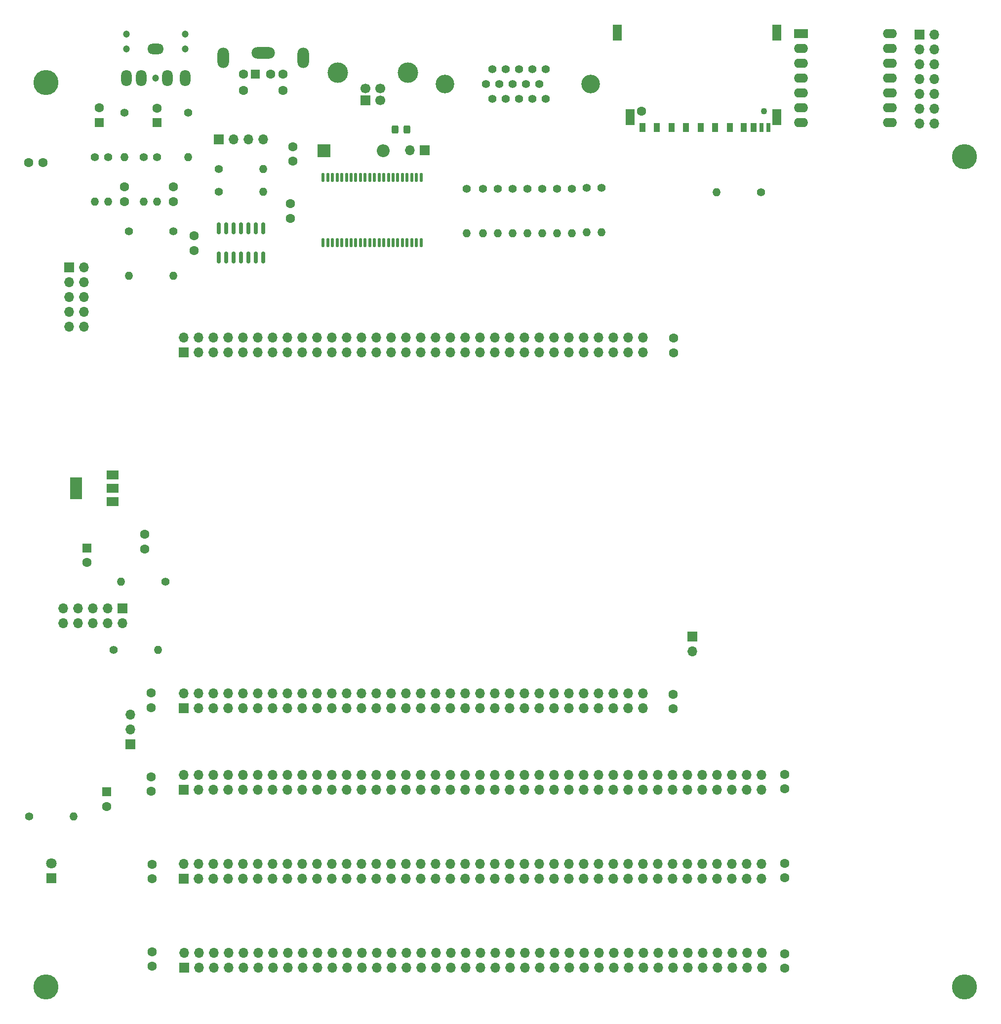
<source format=gts>
G04 #@! TF.GenerationSoftware,KiCad,Pcbnew,(6.0.1)*
G04 #@! TF.CreationDate,2022-08-28T16:14:33-04:00*
G04 #@! TF.ProjectId,FPGA-ITX-01,46504741-2d49-4545-982d-30312e6b6963,1*
G04 #@! TF.SameCoordinates,Original*
G04 #@! TF.FileFunction,Soldermask,Top*
G04 #@! TF.FilePolarity,Negative*
%FSLAX46Y46*%
G04 Gerber Fmt 4.6, Leading zero omitted, Abs format (unit mm)*
G04 Created by KiCad (PCBNEW (6.0.1)) date 2022-08-28 16:14:33*
%MOMM*%
%LPD*%
G01*
G04 APERTURE LIST*
G04 Aperture macros list*
%AMRoundRect*
0 Rectangle with rounded corners*
0 $1 Rounding radius*
0 $2 $3 $4 $5 $6 $7 $8 $9 X,Y pos of 4 corners*
0 Add a 4 corners polygon primitive as box body*
4,1,4,$2,$3,$4,$5,$6,$7,$8,$9,$2,$3,0*
0 Add four circle primitives for the rounded corners*
1,1,$1+$1,$2,$3*
1,1,$1+$1,$4,$5*
1,1,$1+$1,$6,$7*
1,1,$1+$1,$8,$9*
0 Add four rect primitives between the rounded corners*
20,1,$1+$1,$2,$3,$4,$5,0*
20,1,$1+$1,$4,$5,$6,$7,0*
20,1,$1+$1,$6,$7,$8,$9,0*
20,1,$1+$1,$8,$9,$2,$3,0*%
G04 Aperture macros list end*
%ADD10C,1.400000*%
%ADD11O,1.400000X1.400000*%
%ADD12C,4.300000*%
%ADD13R,2.000000X1.500000*%
%ADD14R,2.000000X3.800000*%
%ADD15R,1.700000X1.700000*%
%ADD16O,1.700000X1.700000*%
%ADD17R,1.600000X1.600000*%
%ADD18C,1.600000*%
%ADD19O,4.000000X2.000000*%
%ADD20O,2.000000X3.500000*%
%ADD21R,2.400000X1.600000*%
%ADD22O,2.400000X1.600000*%
%ADD23C,1.100000*%
%ADD24R,1.000000X1.500000*%
%ADD25R,0.700000X1.500000*%
%ADD26R,1.500000X2.800000*%
%ADD27RoundRect,0.250000X0.325000X0.450000X-0.325000X0.450000X-0.325000X-0.450000X0.325000X-0.450000X0*%
%ADD28RoundRect,0.137500X0.137500X-0.625000X0.137500X0.625000X-0.137500X0.625000X-0.137500X-0.625000X0*%
%ADD29C,3.200000*%
%ADD30C,1.397000*%
%ADD31C,1.700000*%
%ADD32C,3.500000*%
%ADD33RoundRect,0.150000X0.150000X-0.825000X0.150000X0.825000X-0.150000X0.825000X-0.150000X-0.825000X0*%
%ADD34R,1.800000X1.800000*%
%ADD35C,1.800000*%
%ADD36C,1.200000*%
%ADD37O,1.800000X2.800000*%
%ADD38O,2.800000X1.800000*%
%ADD39R,2.200000X2.200000*%
%ADD40O,2.200000X2.200000*%
G04 APERTURE END LIST*
D10*
X152908000Y-147320000D03*
D11*
X160528000Y-147320000D03*
X154178000Y-135636000D03*
D10*
X161798000Y-135636000D03*
D12*
X141350000Y-50160000D03*
X298830000Y-62860000D03*
X141350000Y-205100000D03*
X298830000Y-205100000D03*
D13*
X152756000Y-121934000D03*
X152756000Y-119634000D03*
X152756000Y-117334000D03*
D14*
X146456000Y-119634000D03*
D10*
X218809845Y-68325745D03*
D11*
X218809845Y-75945745D03*
D10*
X216269845Y-68325745D03*
D11*
X216269845Y-75945745D03*
D10*
X226429845Y-68325745D03*
D11*
X226429845Y-75945745D03*
D10*
X223889845Y-68325745D03*
D11*
X223889845Y-75945745D03*
D10*
X231509845Y-68325745D03*
D11*
X231509845Y-75945745D03*
D10*
X228969845Y-68325745D03*
D11*
X228969845Y-75945745D03*
D10*
X170924500Y-68852500D03*
D11*
X178544500Y-68852500D03*
D10*
X170924500Y-64920500D03*
D11*
X178544500Y-64920500D03*
D15*
X170934500Y-59840500D03*
D16*
X173474500Y-59840500D03*
X176014500Y-59840500D03*
X178554500Y-59840500D03*
D17*
X177234500Y-48729500D03*
D18*
X179834500Y-48729500D03*
X175134500Y-48729500D03*
X181934500Y-48729500D03*
X175134500Y-51529500D03*
X181934500Y-51529500D03*
D19*
X178534500Y-45079500D03*
D20*
X171684500Y-45879500D03*
X185384500Y-45879500D03*
D15*
X164973000Y-96393000D03*
D16*
X164973000Y-93853000D03*
X167513000Y-96393000D03*
X167513000Y-93853000D03*
X170053000Y-96393000D03*
X170053000Y-93853000D03*
X172593000Y-96393000D03*
X172593000Y-93853000D03*
X175133000Y-96393000D03*
X175133000Y-93853000D03*
X177673000Y-96393000D03*
X177673000Y-93853000D03*
X180213000Y-96393000D03*
X180213000Y-93853000D03*
X182753000Y-96393000D03*
X182753000Y-93853000D03*
X185293000Y-96393000D03*
X185293000Y-93853000D03*
X187833000Y-96393000D03*
X187833000Y-93853000D03*
X190373000Y-96393000D03*
X190373000Y-93853000D03*
X192913000Y-96393000D03*
X192913000Y-93853000D03*
X195453000Y-96393000D03*
X195453000Y-93853000D03*
X197993000Y-96393000D03*
X197993000Y-93853000D03*
X200533000Y-96393000D03*
X200533000Y-93853000D03*
X203073000Y-96393000D03*
X203073000Y-93853000D03*
X205613000Y-96393000D03*
X205613000Y-93853000D03*
X208153000Y-96393000D03*
X208153000Y-93853000D03*
X210693000Y-96393000D03*
X210693000Y-93853000D03*
X213233000Y-96393000D03*
X213233000Y-93853000D03*
X215773000Y-96393000D03*
X215773000Y-93853000D03*
X218313000Y-96393000D03*
X218313000Y-93853000D03*
X220853000Y-96393000D03*
X220853000Y-93853000D03*
X223393000Y-96393000D03*
X223393000Y-93853000D03*
X225933000Y-96393000D03*
X225933000Y-93853000D03*
X228473000Y-96393000D03*
X228473000Y-93853000D03*
X231013000Y-96393000D03*
X231013000Y-93853000D03*
X233553000Y-96393000D03*
X233553000Y-93853000D03*
X236093000Y-96393000D03*
X236093000Y-93853000D03*
X238633000Y-96393000D03*
X238633000Y-93853000D03*
X241173000Y-96393000D03*
X241173000Y-93853000D03*
X243713000Y-96393000D03*
X243713000Y-93853000D03*
D15*
X164973000Y-157333000D03*
D16*
X164973000Y-154793000D03*
X167513000Y-157333000D03*
X167513000Y-154793000D03*
X170053000Y-157333000D03*
X170053000Y-154793000D03*
X172593000Y-157333000D03*
X172593000Y-154793000D03*
X175133000Y-157333000D03*
X175133000Y-154793000D03*
X177673000Y-157333000D03*
X177673000Y-154793000D03*
X180213000Y-157333000D03*
X180213000Y-154793000D03*
X182753000Y-157333000D03*
X182753000Y-154793000D03*
X185293000Y-157333000D03*
X185293000Y-154793000D03*
X187833000Y-157333000D03*
X187833000Y-154793000D03*
X190373000Y-157333000D03*
X190373000Y-154793000D03*
X192913000Y-157333000D03*
X192913000Y-154793000D03*
X195453000Y-157333000D03*
X195453000Y-154793000D03*
X197993000Y-157333000D03*
X197993000Y-154793000D03*
X200533000Y-157333000D03*
X200533000Y-154793000D03*
X203073000Y-157333000D03*
X203073000Y-154793000D03*
X205613000Y-157333000D03*
X205613000Y-154793000D03*
X208153000Y-157333000D03*
X208153000Y-154793000D03*
X210693000Y-157333000D03*
X210693000Y-154793000D03*
X213233000Y-157333000D03*
X213233000Y-154793000D03*
X215773000Y-157333000D03*
X215773000Y-154793000D03*
X218313000Y-157333000D03*
X218313000Y-154793000D03*
X220853000Y-157333000D03*
X220853000Y-154793000D03*
X223393000Y-157333000D03*
X223393000Y-154793000D03*
X225933000Y-157333000D03*
X225933000Y-154793000D03*
X228473000Y-157333000D03*
X228473000Y-154793000D03*
X231013000Y-157333000D03*
X231013000Y-154793000D03*
X233553000Y-157333000D03*
X233553000Y-154793000D03*
X236093000Y-157333000D03*
X236093000Y-154793000D03*
X238633000Y-157333000D03*
X238633000Y-154793000D03*
X241173000Y-157333000D03*
X241173000Y-154793000D03*
X243713000Y-157333000D03*
X243713000Y-154793000D03*
D21*
X270764000Y-41783000D03*
D22*
X270764000Y-44323000D03*
X270764000Y-46863000D03*
X270764000Y-49403000D03*
X270764000Y-51943000D03*
X270764000Y-54483000D03*
X270764000Y-57023000D03*
X286004000Y-57023000D03*
X286004000Y-54483000D03*
X286004000Y-51943000D03*
X286004000Y-49403000D03*
X286004000Y-46863000D03*
X286004000Y-44323000D03*
X286004000Y-41783000D03*
D23*
X264433200Y-55082300D03*
D18*
X243433200Y-55082300D03*
D24*
X246053200Y-57882300D03*
X248553200Y-57882300D03*
X251053200Y-57882300D03*
X253553200Y-57882300D03*
X256053200Y-57882300D03*
X258553200Y-57882300D03*
X260973200Y-57882300D03*
X262673200Y-57882300D03*
X243553200Y-57882300D03*
D25*
X264013200Y-57882300D03*
X265153200Y-57882300D03*
D26*
X241483200Y-56082300D03*
X266583200Y-56082300D03*
X266583200Y-41582300D03*
X239283200Y-41582300D03*
D15*
X164973000Y-171303000D03*
D16*
X164973000Y-168763000D03*
X167513000Y-171303000D03*
X167513000Y-168763000D03*
X170053000Y-171303000D03*
X170053000Y-168763000D03*
X172593000Y-171303000D03*
X172593000Y-168763000D03*
X175133000Y-171303000D03*
X175133000Y-168763000D03*
X177673000Y-171303000D03*
X177673000Y-168763000D03*
X180213000Y-171303000D03*
X180213000Y-168763000D03*
X182753000Y-171303000D03*
X182753000Y-168763000D03*
X185293000Y-171303000D03*
X185293000Y-168763000D03*
X187833000Y-171303000D03*
X187833000Y-168763000D03*
X190373000Y-171303000D03*
X190373000Y-168763000D03*
X192913000Y-171303000D03*
X192913000Y-168763000D03*
X195453000Y-171303000D03*
X195453000Y-168763000D03*
X197993000Y-171303000D03*
X197993000Y-168763000D03*
X200533000Y-171303000D03*
X200533000Y-168763000D03*
X203073000Y-171303000D03*
X203073000Y-168763000D03*
X205613000Y-171303000D03*
X205613000Y-168763000D03*
X208153000Y-171303000D03*
X208153000Y-168763000D03*
X210693000Y-171303000D03*
X210693000Y-168763000D03*
X213233000Y-171303000D03*
X213233000Y-168763000D03*
X215773000Y-171303000D03*
X215773000Y-168763000D03*
X218313000Y-171303000D03*
X218313000Y-168763000D03*
X220853000Y-171303000D03*
X220853000Y-168763000D03*
X223393000Y-171303000D03*
X223393000Y-168763000D03*
X225933000Y-171303000D03*
X225933000Y-168763000D03*
X228473000Y-171303000D03*
X228473000Y-168763000D03*
X231013000Y-171303000D03*
X231013000Y-168763000D03*
X233553000Y-171303000D03*
X233553000Y-168763000D03*
X236093000Y-171303000D03*
X236093000Y-168763000D03*
X238633000Y-171303000D03*
X238633000Y-168763000D03*
X241173000Y-171303000D03*
X241173000Y-168763000D03*
X243713000Y-171303000D03*
X243713000Y-168763000D03*
X246253000Y-171303000D03*
X246253000Y-168763000D03*
X248793000Y-171303000D03*
X248793000Y-168763000D03*
X251333000Y-171303000D03*
X251333000Y-168763000D03*
X253873000Y-171303000D03*
X253873000Y-168763000D03*
X256413000Y-171303000D03*
X256413000Y-168763000D03*
X258953000Y-171303000D03*
X258953000Y-168763000D03*
X261493000Y-171303000D03*
X261493000Y-168763000D03*
X264033000Y-171303000D03*
X264033000Y-168763000D03*
D18*
X248798000Y-154930000D03*
X248798000Y-157430000D03*
X267974000Y-168646000D03*
X267974000Y-171146000D03*
X159385000Y-169057000D03*
X159385000Y-171557000D03*
X183242500Y-70904500D03*
X183242500Y-73404500D03*
X166751000Y-76405000D03*
X166751000Y-78905000D03*
D15*
X155829000Y-163499800D03*
D16*
X155829000Y-160959800D03*
X155829000Y-158419800D03*
D27*
X203209000Y-58166000D03*
X201159000Y-58166000D03*
D28*
X188832000Y-77596500D03*
X189632000Y-77596500D03*
X190432000Y-77596500D03*
X191232000Y-77596500D03*
X192032000Y-77596500D03*
X192832000Y-77596500D03*
X193632000Y-77596500D03*
X194432000Y-77596500D03*
X195232000Y-77596500D03*
X196032000Y-77596500D03*
X196832000Y-77596500D03*
X197632000Y-77596500D03*
X198432000Y-77596500D03*
X199232000Y-77596500D03*
X200032000Y-77596500D03*
X200832000Y-77596500D03*
X201632000Y-77596500D03*
X202432000Y-77596500D03*
X203232000Y-77596500D03*
X204032000Y-77596500D03*
X204832000Y-77596500D03*
X205632000Y-77596500D03*
X205632000Y-66421500D03*
X204832000Y-66421500D03*
X204032000Y-66421500D03*
X203232000Y-66421500D03*
X202432000Y-66421500D03*
X201632000Y-66421500D03*
X200832000Y-66421500D03*
X200032000Y-66421500D03*
X199232000Y-66421500D03*
X198432000Y-66421500D03*
X197632000Y-66421500D03*
X196832000Y-66421500D03*
X196032000Y-66421500D03*
X195232000Y-66421500D03*
X194432000Y-66421500D03*
X193632000Y-66421500D03*
X192832000Y-66421500D03*
X192032000Y-66421500D03*
X191232000Y-66421500D03*
X190432000Y-66421500D03*
X189632000Y-66421500D03*
X188832000Y-66421500D03*
D10*
X263880600Y-68935600D03*
D11*
X256260600Y-68935600D03*
D18*
X138322000Y-63876000D03*
X140822000Y-63876000D03*
X158242000Y-127528000D03*
X158242000Y-130028000D03*
D17*
X148336000Y-129858888D03*
D18*
X148336000Y-132358888D03*
D29*
X209678335Y-50430155D03*
X234666855Y-50430155D03*
D30*
X217862215Y-52970155D03*
X220153295Y-52970155D03*
X222439295Y-52970155D03*
X224732915Y-52970155D03*
X227021455Y-52970155D03*
X216716675Y-50430155D03*
X219007755Y-50430155D03*
X221298835Y-50430155D03*
X223587375Y-50430155D03*
X225878455Y-50430155D03*
X217862215Y-47890155D03*
X220153295Y-47890155D03*
X222441835Y-47892695D03*
X224732915Y-47890155D03*
X227021455Y-47890155D03*
D15*
X196108000Y-53186500D03*
D31*
X198608000Y-53186500D03*
X198608000Y-51186500D03*
X196108000Y-51186500D03*
D32*
X203378000Y-48476500D03*
X191338000Y-48476500D03*
D10*
X158115000Y-62923000D03*
D11*
X158115000Y-70543000D03*
D17*
X151765000Y-171641888D03*
D18*
X151765000Y-174141888D03*
D17*
X160401000Y-57016113D03*
D18*
X160401000Y-54516113D03*
D10*
X155575000Y-75623000D03*
D11*
X155575000Y-83243000D03*
D15*
X164978000Y-201783000D03*
D16*
X164978000Y-199243000D03*
X167518000Y-201783000D03*
X167518000Y-199243000D03*
X170058000Y-201783000D03*
X170058000Y-199243000D03*
X172598000Y-201783000D03*
X172598000Y-199243000D03*
X175138000Y-201783000D03*
X175138000Y-199243000D03*
X177678000Y-201783000D03*
X177678000Y-199243000D03*
X180218000Y-201783000D03*
X180218000Y-199243000D03*
X182758000Y-201783000D03*
X182758000Y-199243000D03*
X185298000Y-201783000D03*
X185298000Y-199243000D03*
X187838000Y-201783000D03*
X187838000Y-199243000D03*
X190378000Y-201783000D03*
X190378000Y-199243000D03*
X192918000Y-201783000D03*
X192918000Y-199243000D03*
X195458000Y-201783000D03*
X195458000Y-199243000D03*
X197998000Y-201783000D03*
X197998000Y-199243000D03*
X200538000Y-201783000D03*
X200538000Y-199243000D03*
X203078000Y-201783000D03*
X203078000Y-199243000D03*
X205618000Y-201783000D03*
X205618000Y-199243000D03*
X208158000Y-201783000D03*
X208158000Y-199243000D03*
X210698000Y-201783000D03*
X210698000Y-199243000D03*
X213238000Y-201783000D03*
X213238000Y-199243000D03*
X215778000Y-201783000D03*
X215778000Y-199243000D03*
X218318000Y-201783000D03*
X218318000Y-199243000D03*
X220858000Y-201783000D03*
X220858000Y-199243000D03*
X223398000Y-201783000D03*
X223398000Y-199243000D03*
X225938000Y-201783000D03*
X225938000Y-199243000D03*
X228478000Y-201783000D03*
X228478000Y-199243000D03*
X231018000Y-201783000D03*
X231018000Y-199243000D03*
X233558000Y-201783000D03*
X233558000Y-199243000D03*
X236098000Y-201783000D03*
X236098000Y-199243000D03*
X238638000Y-201783000D03*
X238638000Y-199243000D03*
X241178000Y-201783000D03*
X241178000Y-199243000D03*
X243718000Y-201783000D03*
X243718000Y-199243000D03*
X246258000Y-201783000D03*
X246258000Y-199243000D03*
X248798000Y-201783000D03*
X248798000Y-199243000D03*
X251338000Y-201783000D03*
X251338000Y-199243000D03*
X253878000Y-201783000D03*
X253878000Y-199243000D03*
X256418000Y-201783000D03*
X256418000Y-199243000D03*
X258958000Y-201783000D03*
X258958000Y-199243000D03*
X261498000Y-201783000D03*
X261498000Y-199243000D03*
X264038000Y-201783000D03*
X264038000Y-199243000D03*
D15*
X145283000Y-81793000D03*
D16*
X147823000Y-81793000D03*
X145283000Y-84333000D03*
X147823000Y-84333000D03*
X145283000Y-86873000D03*
X147823000Y-86873000D03*
X145283000Y-89413000D03*
X147823000Y-89413000D03*
X145283000Y-91953000D03*
X147823000Y-91953000D03*
D10*
X152019000Y-62923000D03*
D11*
X152019000Y-70543000D03*
D10*
X236589845Y-68203745D03*
D11*
X236589845Y-75823745D03*
D10*
X160401000Y-62923000D03*
D11*
X160401000Y-70543000D03*
D10*
X213475845Y-68325745D03*
D11*
X213475845Y-75945745D03*
D15*
X252165000Y-145029000D03*
D16*
X252165000Y-147569000D03*
D18*
X159385000Y-154731400D03*
X159385000Y-157231400D03*
D10*
X163195000Y-75623000D03*
D11*
X163195000Y-83243000D03*
D15*
X164973000Y-186543000D03*
D16*
X164973000Y-184003000D03*
X167513000Y-186543000D03*
X167513000Y-184003000D03*
X170053000Y-186543000D03*
X170053000Y-184003000D03*
X172593000Y-186543000D03*
X172593000Y-184003000D03*
X175133000Y-186543000D03*
X175133000Y-184003000D03*
X177673000Y-186543000D03*
X177673000Y-184003000D03*
X180213000Y-186543000D03*
X180213000Y-184003000D03*
X182753000Y-186543000D03*
X182753000Y-184003000D03*
X185293000Y-186543000D03*
X185293000Y-184003000D03*
X187833000Y-186543000D03*
X187833000Y-184003000D03*
X190373000Y-186543000D03*
X190373000Y-184003000D03*
X192913000Y-186543000D03*
X192913000Y-184003000D03*
X195453000Y-186543000D03*
X195453000Y-184003000D03*
X197993000Y-186543000D03*
X197993000Y-184003000D03*
X200533000Y-186543000D03*
X200533000Y-184003000D03*
X203073000Y-186543000D03*
X203073000Y-184003000D03*
X205613000Y-186543000D03*
X205613000Y-184003000D03*
X208153000Y-186543000D03*
X208153000Y-184003000D03*
X210693000Y-186543000D03*
X210693000Y-184003000D03*
X213233000Y-186543000D03*
X213233000Y-184003000D03*
X215773000Y-186543000D03*
X215773000Y-184003000D03*
X218313000Y-186543000D03*
X218313000Y-184003000D03*
X220853000Y-186543000D03*
X220853000Y-184003000D03*
X223393000Y-186543000D03*
X223393000Y-184003000D03*
X225933000Y-186543000D03*
X225933000Y-184003000D03*
X228473000Y-186543000D03*
X228473000Y-184003000D03*
X231013000Y-186543000D03*
X231013000Y-184003000D03*
X233553000Y-186543000D03*
X233553000Y-184003000D03*
X236093000Y-186543000D03*
X236093000Y-184003000D03*
X238633000Y-186543000D03*
X238633000Y-184003000D03*
X241173000Y-186543000D03*
X241173000Y-184003000D03*
X243713000Y-186543000D03*
X243713000Y-184003000D03*
X246253000Y-186543000D03*
X246253000Y-184003000D03*
X248793000Y-186543000D03*
X248793000Y-184003000D03*
X251333000Y-186543000D03*
X251333000Y-184003000D03*
X253873000Y-186543000D03*
X253873000Y-184003000D03*
X256413000Y-186543000D03*
X256413000Y-184003000D03*
X258953000Y-186543000D03*
X258953000Y-184003000D03*
X261493000Y-186543000D03*
X261493000Y-184003000D03*
X264033000Y-186543000D03*
X264033000Y-184003000D03*
D18*
X267974000Y-183886000D03*
X267974000Y-186386000D03*
D15*
X154427000Y-140203000D03*
D16*
X154427000Y-142743000D03*
X151887000Y-140203000D03*
X151887000Y-142743000D03*
X149347000Y-140203000D03*
X149347000Y-142743000D03*
X146807000Y-140203000D03*
X146807000Y-142743000D03*
X144267000Y-140203000D03*
X144267000Y-142743000D03*
D17*
X150495000Y-56959000D03*
D18*
X150495000Y-54459000D03*
D10*
X149733000Y-62923000D03*
D11*
X149733000Y-70543000D03*
D15*
X291079000Y-41905000D03*
D16*
X293619000Y-41905000D03*
X291079000Y-44445000D03*
X293619000Y-44445000D03*
X291079000Y-46985000D03*
X293619000Y-46985000D03*
X291079000Y-49525000D03*
X293619000Y-49525000D03*
X291079000Y-52065000D03*
X293619000Y-52065000D03*
X291079000Y-54605000D03*
X293619000Y-54605000D03*
X291079000Y-57145000D03*
X293619000Y-57145000D03*
D10*
X138430000Y-175895000D03*
D11*
X146050000Y-175895000D03*
D10*
X165735000Y-55303000D03*
D11*
X165735000Y-62923000D03*
D33*
X170924500Y-80095500D03*
X172194500Y-80095500D03*
X173464500Y-80095500D03*
X174734500Y-80095500D03*
X176004500Y-80095500D03*
X177274500Y-80095500D03*
X178544500Y-80095500D03*
X178544500Y-75145500D03*
X177274500Y-75145500D03*
X176004500Y-75145500D03*
X174734500Y-75145500D03*
X173464500Y-75145500D03*
X172194500Y-75145500D03*
X170924500Y-75145500D03*
D18*
X163195000Y-70523000D03*
X163195000Y-68023000D03*
D10*
X234049845Y-68203745D03*
D11*
X234049845Y-75823745D03*
D10*
X221349845Y-68325745D03*
D11*
X221349845Y-75945745D03*
D18*
X248924000Y-93950000D03*
X248924000Y-96450000D03*
D34*
X142240000Y-186441000D03*
D35*
X142240000Y-183901000D03*
D18*
X154813000Y-70523000D03*
X154813000Y-68023000D03*
X159512000Y-199029000D03*
X159512000Y-201529000D03*
D36*
X165147000Y-44339000D03*
X160147000Y-49339000D03*
X155147000Y-44339000D03*
X155147000Y-41839000D03*
X165147000Y-41839000D03*
D37*
X165147000Y-49339000D03*
X162147000Y-49339000D03*
D38*
X160147000Y-44339000D03*
D37*
X155147000Y-49339000D03*
X157647000Y-49339000D03*
D15*
X206253000Y-61722000D03*
D16*
X203713000Y-61722000D03*
D18*
X159512000Y-184043000D03*
X159512000Y-186543000D03*
X183624500Y-61110500D03*
X183624500Y-63610500D03*
D39*
X188976000Y-61849000D03*
D40*
X199136000Y-61849000D03*
D18*
X267974000Y-199380000D03*
X267974000Y-201880000D03*
D10*
X154813000Y-55303000D03*
D11*
X154813000Y-62923000D03*
M02*

</source>
